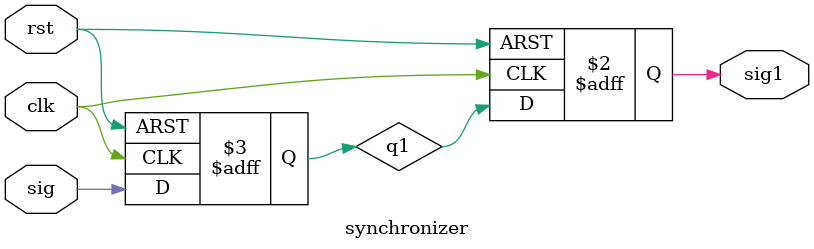
<source format=v>


module synchronizer(
input clk, sig, rst, output reg sig1 
    );
reg q1;
always @ (posedge clk,posedge rst) begin 
    if(rst)begin
    q1 <= 0;
    sig1 <= 0;
    end 
    else begin
    q1 <= sig; 
    sig1 <= q1; 
    end
end 
endmodule

</source>
